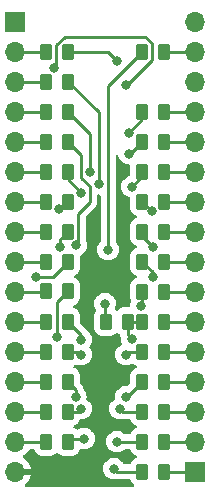
<source format=gbr>
%TF.GenerationSoftware,KiCad,Pcbnew,(6.0.5)*%
%TF.CreationDate,2022-12-17T16:59:51+01:00*%
%TF.ProjectId,DS1245Y_FRAM,44533132-3435-4595-9f46-52414d2e6b69,rev?*%
%TF.SameCoordinates,Original*%
%TF.FileFunction,Copper,L2,Bot*%
%TF.FilePolarity,Positive*%
%FSLAX46Y46*%
G04 Gerber Fmt 4.6, Leading zero omitted, Abs format (unit mm)*
G04 Created by KiCad (PCBNEW (6.0.5)) date 2022-12-17 16:59:51*
%MOMM*%
%LPD*%
G01*
G04 APERTURE LIST*
G04 Aperture macros list*
%AMRoundRect*
0 Rectangle with rounded corners*
0 $1 Rounding radius*
0 $2 $3 $4 $5 $6 $7 $8 $9 X,Y pos of 4 corners*
0 Add a 4 corners polygon primitive as box body*
4,1,4,$2,$3,$4,$5,$6,$7,$8,$9,$2,$3,0*
0 Add four circle primitives for the rounded corners*
1,1,$1+$1,$2,$3*
1,1,$1+$1,$4,$5*
1,1,$1+$1,$6,$7*
1,1,$1+$1,$8,$9*
0 Add four rect primitives between the rounded corners*
20,1,$1+$1,$2,$3,$4,$5,0*
20,1,$1+$1,$4,$5,$6,$7,0*
20,1,$1+$1,$6,$7,$8,$9,0*
20,1,$1+$1,$8,$9,$2,$3,0*%
G04 Aperture macros list end*
%TA.AperFunction,SMDPad,CuDef*%
%ADD10RoundRect,0.250000X-0.262500X-0.450000X0.262500X-0.450000X0.262500X0.450000X-0.262500X0.450000X0*%
%TD*%
%TA.AperFunction,ComponentPad*%
%ADD11R,1.700000X1.700000*%
%TD*%
%TA.AperFunction,ComponentPad*%
%ADD12O,1.700000X1.700000*%
%TD*%
%TA.AperFunction,ViaPad*%
%ADD13C,0.800000*%
%TD*%
%TA.AperFunction,Conductor*%
%ADD14C,0.250000*%
%TD*%
G04 APERTURE END LIST*
D10*
%TO.P,R12,1*%
%TO.N,Net-(J1-Pad13)*%
X53951500Y-81788000D03*
%TO.P,R12,2*%
%TO.N,DQ0*%
X55776500Y-81788000D03*
%TD*%
D11*
%TO.P,J1,1,Pin_1*%
%TO.N,unconnected-(J1-Pad1)*%
X51308000Y-51308000D03*
D12*
%TO.P,J1,2,Pin_2*%
%TO.N,Net-(J1-Pad2)*%
X51308000Y-53848000D03*
%TO.P,J1,3,Pin_3*%
%TO.N,Net-(J1-Pad3)*%
X51308000Y-56388000D03*
%TO.P,J1,4,Pin_4*%
%TO.N,Net-(J1-Pad4)*%
X51308000Y-58928000D03*
%TO.P,J1,5,Pin_5*%
%TO.N,Net-(J1-Pad5)*%
X51308000Y-61468000D03*
%TO.P,J1,6,Pin_6*%
%TO.N,Net-(J1-Pad6)*%
X51308000Y-64008000D03*
%TO.P,J1,7,Pin_7*%
%TO.N,Net-(J1-Pad7)*%
X51308000Y-66548000D03*
%TO.P,J1,8,Pin_8*%
%TO.N,Net-(J1-Pad8)*%
X51308000Y-69088000D03*
%TO.P,J1,9,Pin_9*%
%TO.N,Net-(J1-Pad9)*%
X51308000Y-71628000D03*
%TO.P,J1,10,Pin_10*%
%TO.N,Net-(J1-Pad10)*%
X51308000Y-74168000D03*
%TO.P,J1,11,Pin_11*%
%TO.N,Net-(J1-Pad11)*%
X51308000Y-76708000D03*
%TO.P,J1,12,Pin_12*%
%TO.N,Net-(J1-Pad12)*%
X51308000Y-79248000D03*
%TO.P,J1,13,Pin_13*%
%TO.N,Net-(J1-Pad13)*%
X51308000Y-81788000D03*
%TO.P,J1,14,Pin_14*%
%TO.N,Net-(J1-Pad14)*%
X51308000Y-84328000D03*
%TO.P,J1,15,Pin_15*%
%TO.N,Net-(J1-Pad15)*%
X51308000Y-86868000D03*
%TO.P,J1,16,Pin_16*%
%TO.N,GND*%
X51308000Y-89408000D03*
%TD*%
D10*
%TO.P,R14,1*%
%TO.N,Net-(J1-Pad15)*%
X53951500Y-86868000D03*
%TO.P,R14,2*%
%TO.N,DQ2*%
X55776500Y-86868000D03*
%TD*%
%TO.P,R4,1*%
%TO.N,Net-(J1-Pad5)*%
X53951500Y-61468000D03*
%TO.P,R4,2*%
%TO.N,A7*%
X55776500Y-61468000D03*
%TD*%
%TO.P,R11,1*%
%TO.N,Net-(J1-Pad12)*%
X53951500Y-79248000D03*
%TO.P,R11,2*%
%TO.N,A0*%
X55776500Y-79248000D03*
%TD*%
%TO.P,R18,1*%
%TO.N,A15*%
X62079500Y-53848000D03*
%TO.P,R18,2*%
%TO.N,Net-(J2-Pad15)*%
X63904500Y-53848000D03*
%TD*%
%TO.P,R31,1*%
%TO.N,DQ3*%
X62079500Y-89408000D03*
%TO.P,R31,2*%
%TO.N,Net-(J2-Pad1)*%
X63904500Y-89408000D03*
%TD*%
%TO.P,R28,1*%
%TO.N,DQ6*%
X62079500Y-81788000D03*
%TO.P,R28,2*%
%TO.N,Net-(J2-Pad4)*%
X63904500Y-81788000D03*
%TD*%
%TO.P,R21,1*%
%TO.N,A8*%
X62079500Y-64008000D03*
%TO.P,R21,2*%
%TO.N,Net-(J2-Pad11)*%
X63904500Y-64008000D03*
%TD*%
%TO.P,R27,1*%
%TO.N,DQ7*%
X62079500Y-79248000D03*
%TO.P,R27,2*%
%TO.N,Net-(J2-Pad5)*%
X63904500Y-79248000D03*
%TD*%
%TO.P,R23,1*%
%TO.N,A11*%
X62079500Y-69088000D03*
%TO.P,R23,2*%
%TO.N,Net-(J2-Pad9)*%
X63904500Y-69088000D03*
%TD*%
%TO.P,R17,1*%
%TO.N,VDD*%
X59031500Y-76708000D03*
%TO.P,R17,2*%
%TO.N,~CE*%
X60856500Y-76708000D03*
%TD*%
%TO.P,R19,1*%
%TO.N,~WE*%
X62079500Y-58928000D03*
%TO.P,R19,2*%
%TO.N,Net-(J2-Pad13)*%
X63904500Y-58928000D03*
%TD*%
%TO.P,R26,1*%
%TO.N,~CE*%
X62079500Y-76708000D03*
%TO.P,R26,2*%
%TO.N,Net-(J2-Pad6)*%
X63904500Y-76708000D03*
%TD*%
%TO.P,R29,1*%
%TO.N,DQ5*%
X62079500Y-84328000D03*
%TO.P,R29,2*%
%TO.N,Net-(J2-Pad3)*%
X63904500Y-84328000D03*
%TD*%
%TO.P,R8,1*%
%TO.N,Net-(J1-Pad9)*%
X53951500Y-71628000D03*
%TO.P,R8,2*%
%TO.N,A3*%
X55776500Y-71628000D03*
%TD*%
%TO.P,R25,1*%
%TO.N,A10*%
X62079500Y-74168000D03*
%TO.P,R25,2*%
%TO.N,Net-(J2-Pad7)*%
X63904500Y-74168000D03*
%TD*%
%TO.P,R10,1*%
%TO.N,Net-(J1-Pad11)*%
X53951500Y-76708000D03*
%TO.P,R10,2*%
%TO.N,A1*%
X55776500Y-76708000D03*
%TD*%
%TO.P,R5,1*%
%TO.N,Net-(J1-Pad6)*%
X53951500Y-64008000D03*
%TO.P,R5,2*%
%TO.N,A6*%
X55776500Y-64008000D03*
%TD*%
%TO.P,R1,1*%
%TO.N,Net-(J1-Pad2)*%
X53951500Y-53848000D03*
%TO.P,R1,2*%
%TO.N,A16*%
X55776500Y-53848000D03*
%TD*%
%TO.P,R3,1*%
%TO.N,Net-(J1-Pad4)*%
X53951500Y-58928000D03*
%TO.P,R3,2*%
%TO.N,A12*%
X55776500Y-58928000D03*
%TD*%
%TO.P,R20,1*%
%TO.N,A13*%
X62079500Y-61468000D03*
%TO.P,R20,2*%
%TO.N,Net-(J2-Pad12)*%
X63904500Y-61468000D03*
%TD*%
%TO.P,R13,1*%
%TO.N,Net-(J1-Pad14)*%
X53951500Y-84328000D03*
%TO.P,R13,2*%
%TO.N,DQ1*%
X55776500Y-84328000D03*
%TD*%
%TO.P,R9,1*%
%TO.N,Net-(J1-Pad10)*%
X53951500Y-74138000D03*
%TO.P,R9,2*%
%TO.N,A2*%
X55776500Y-74138000D03*
%TD*%
%TO.P,R2,1*%
%TO.N,Net-(J1-Pad3)*%
X53951500Y-56388000D03*
%TO.P,R2,2*%
%TO.N,A14*%
X55776500Y-56388000D03*
%TD*%
%TO.P,R7,1*%
%TO.N,Net-(J1-Pad8)*%
X53951500Y-69088000D03*
%TO.P,R7,2*%
%TO.N,A4*%
X55776500Y-69088000D03*
%TD*%
D11*
%TO.P,J2,1,Pin_1*%
%TO.N,Net-(J2-Pad1)*%
X66548000Y-89408000D03*
D12*
%TO.P,J2,2,Pin_2*%
%TO.N,Net-(J2-Pad2)*%
X66548000Y-86868000D03*
%TO.P,J2,3,Pin_3*%
%TO.N,Net-(J2-Pad3)*%
X66548000Y-84328000D03*
%TO.P,J2,4,Pin_4*%
%TO.N,Net-(J2-Pad4)*%
X66548000Y-81788000D03*
%TO.P,J2,5,Pin_5*%
%TO.N,Net-(J2-Pad5)*%
X66548000Y-79248000D03*
%TO.P,J2,6,Pin_6*%
%TO.N,Net-(J2-Pad6)*%
X66548000Y-76708000D03*
%TO.P,J2,7,Pin_7*%
%TO.N,Net-(J2-Pad7)*%
X66548000Y-74168000D03*
%TO.P,J2,8,Pin_8*%
%TO.N,Net-(J2-Pad8)*%
X66548000Y-71628000D03*
%TO.P,J2,9,Pin_9*%
%TO.N,Net-(J2-Pad9)*%
X66548000Y-69088000D03*
%TO.P,J2,10,Pin_10*%
%TO.N,Net-(J2-Pad10)*%
X66548000Y-66548000D03*
%TO.P,J2,11,Pin_11*%
%TO.N,Net-(J2-Pad11)*%
X66548000Y-64008000D03*
%TO.P,J2,12,Pin_12*%
%TO.N,Net-(J2-Pad12)*%
X66548000Y-61468000D03*
%TO.P,J2,13,Pin_13*%
%TO.N,Net-(J2-Pad13)*%
X66548000Y-58928000D03*
%TO.P,J2,14,Pin_14*%
%TO.N,unconnected-(J2-Pad14)*%
X66548000Y-56388000D03*
%TO.P,J2,15,Pin_15*%
%TO.N,Net-(J2-Pad15)*%
X66548000Y-53848000D03*
%TO.P,J2,16,Pin_16*%
%TO.N,+5V*%
X66548000Y-51308000D03*
%TD*%
D10*
%TO.P,R24,1*%
%TO.N,~OE*%
X62079500Y-71628000D03*
%TO.P,R24,2*%
%TO.N,Net-(J2-Pad8)*%
X63904500Y-71628000D03*
%TD*%
%TO.P,R30,1*%
%TO.N,DQ4*%
X62079500Y-86868000D03*
%TO.P,R30,2*%
%TO.N,Net-(J2-Pad2)*%
X63904500Y-86868000D03*
%TD*%
%TO.P,R6,1*%
%TO.N,Net-(J1-Pad7)*%
X53951500Y-66548000D03*
%TO.P,R6,2*%
%TO.N,A5*%
X55776500Y-66548000D03*
%TD*%
%TO.P,R22,1*%
%TO.N,A9*%
X62079500Y-66548000D03*
%TO.P,R22,2*%
%TO.N,Net-(J2-Pad10)*%
X63904500Y-66548000D03*
%TD*%
D13*
%TO.N,VDD*%
X60706000Y-56642000D03*
X58928000Y-75184000D03*
X54637110Y-55201366D03*
%TO.N,A16*%
X59944000Y-54610000D03*
%TO.N,A14*%
X58382500Y-65024000D03*
%TO.N,A12*%
X57658000Y-64008000D03*
%TO.N,A7*%
X56484863Y-70261089D03*
%TO.N,A6*%
X56896000Y-65786000D03*
%TO.N,A5*%
X55043741Y-67180157D03*
%TO.N,A4*%
X55118000Y-70358000D03*
%TO.N,A3*%
X53086000Y-72898000D03*
%TO.N,A2*%
X54864000Y-77978000D03*
%TO.N,A1*%
X56896000Y-78232000D03*
%TO.N,A0*%
X56896000Y-79502000D03*
%TO.N,DQ0*%
X56445500Y-83058000D03*
%TO.N,DQ1*%
X56896000Y-84074000D03*
%TO.N,DQ2*%
X57150000Y-86614000D03*
%TO.N,~CE*%
X61197610Y-78216616D03*
%TO.N,A15*%
X59182000Y-70612000D03*
%TO.N,~WE*%
X60960000Y-60706000D03*
%TO.N,A13*%
X60960000Y-62484000D03*
%TO.N,A8*%
X61214000Y-65278000D03*
%TO.N,A9*%
X62876156Y-67365605D03*
%TO.N,A11*%
X62992000Y-70358000D03*
%TO.N,~OE*%
X62992000Y-72898000D03*
%TO.N,A10*%
X61976000Y-75408500D03*
%TO.N,DQ7*%
X60706000Y-79502000D03*
%TO.N,DQ6*%
X60706000Y-83058000D03*
%TO.N,DQ5*%
X60198000Y-84074000D03*
%TO.N,DQ4*%
X59944000Y-86868000D03*
%TO.N,DQ3*%
X59690000Y-89154000D03*
%TD*%
D14*
%TO.N,VDD*%
X54788520Y-55049956D02*
X54637110Y-55201366D01*
X58928000Y-75184000D02*
X58928000Y-76604500D01*
X62916520Y-53160027D02*
X62334493Y-52578000D01*
X58928000Y-76604500D02*
X59031500Y-76708000D01*
X55521507Y-52578000D02*
X54788520Y-53310987D01*
X60810493Y-56642000D02*
X62916520Y-54535973D01*
X60706000Y-56642000D02*
X60810493Y-56642000D01*
X62334493Y-52578000D02*
X55521507Y-52578000D01*
X62916520Y-54535973D02*
X62916520Y-53160027D01*
X54788520Y-53310987D02*
X54788520Y-55049956D01*
%TO.N,Net-(J1-Pad2)*%
X51308000Y-53848000D02*
X53951500Y-53848000D01*
%TO.N,Net-(J1-Pad3)*%
X51308000Y-56388000D02*
X53951500Y-56388000D01*
%TO.N,Net-(J1-Pad4)*%
X51308000Y-58928000D02*
X53951500Y-58928000D01*
%TO.N,Net-(J1-Pad5)*%
X51308000Y-61468000D02*
X53951500Y-61468000D01*
%TO.N,Net-(J1-Pad6)*%
X51308000Y-64008000D02*
X53951500Y-64008000D01*
%TO.N,Net-(J1-Pad7)*%
X51308000Y-66548000D02*
X53951500Y-66548000D01*
%TO.N,Net-(J1-Pad8)*%
X51308000Y-69088000D02*
X53951500Y-69088000D01*
%TO.N,Net-(J1-Pad9)*%
X51308000Y-71628000D02*
X53951500Y-71628000D01*
%TO.N,Net-(J1-Pad10)*%
X53921500Y-74168000D02*
X53951500Y-74138000D01*
X51308000Y-74168000D02*
X53921500Y-74168000D01*
%TO.N,Net-(J1-Pad11)*%
X51308000Y-76708000D02*
X53951500Y-76708000D01*
%TO.N,Net-(J1-Pad12)*%
X51308000Y-79248000D02*
X53951500Y-79248000D01*
%TO.N,Net-(J1-Pad13)*%
X51308000Y-81788000D02*
X53951500Y-81788000D01*
%TO.N,Net-(J1-Pad14)*%
X51308000Y-84328000D02*
X53951500Y-84328000D01*
%TO.N,Net-(J1-Pad15)*%
X51308000Y-86868000D02*
X53951500Y-86868000D01*
%TO.N,Net-(J2-Pad1)*%
X63904500Y-89408000D02*
X66548000Y-89408000D01*
%TO.N,Net-(J2-Pad2)*%
X66548000Y-86868000D02*
X63904500Y-86868000D01*
%TO.N,Net-(J2-Pad3)*%
X63904500Y-84328000D02*
X66548000Y-84328000D01*
%TO.N,Net-(J2-Pad4)*%
X66548000Y-81788000D02*
X63904500Y-81788000D01*
%TO.N,Net-(J2-Pad5)*%
X63904500Y-79248000D02*
X66548000Y-79248000D01*
%TO.N,Net-(J2-Pad6)*%
X66548000Y-76708000D02*
X63904500Y-76708000D01*
%TO.N,Net-(J2-Pad7)*%
X66548000Y-74168000D02*
X63904500Y-74168000D01*
%TO.N,Net-(J2-Pad8)*%
X66548000Y-71628000D02*
X63904500Y-71628000D01*
%TO.N,Net-(J2-Pad9)*%
X66548000Y-69088000D02*
X63904500Y-69088000D01*
%TO.N,Net-(J2-Pad10)*%
X66548000Y-66548000D02*
X63904500Y-66548000D01*
%TO.N,Net-(J2-Pad11)*%
X66548000Y-64008000D02*
X63904500Y-64008000D01*
%TO.N,Net-(J2-Pad12)*%
X66548000Y-61468000D02*
X63904500Y-61468000D01*
%TO.N,Net-(J2-Pad13)*%
X63904500Y-58928000D02*
X66548000Y-58928000D01*
%TO.N,Net-(J2-Pad15)*%
X63904500Y-53848000D02*
X66548000Y-53848000D01*
%TO.N,A16*%
X59182000Y-53848000D02*
X55776500Y-53848000D01*
X59944000Y-54610000D02*
X59182000Y-53848000D01*
%TO.N,A14*%
X58382500Y-58994000D02*
X55776500Y-56388000D01*
X58382500Y-65024000D02*
X58382500Y-58994000D01*
%TO.N,A12*%
X57658000Y-60809500D02*
X55776500Y-58928000D01*
X57658000Y-64008000D02*
X57658000Y-60809500D01*
%TO.N,A7*%
X56896000Y-64516000D02*
X56896000Y-62587500D01*
X56896000Y-62587500D02*
X55776500Y-61468000D01*
X56642000Y-67564000D02*
X57620511Y-66585489D01*
X57620511Y-66585489D02*
X57620511Y-65240511D01*
X57620511Y-65240511D02*
X56896000Y-64516000D01*
X56484863Y-70261089D02*
X56642000Y-70103952D01*
X56642000Y-70103952D02*
X56642000Y-67564000D01*
%TO.N,A6*%
X55776500Y-64666500D02*
X56896000Y-65786000D01*
X55776500Y-64008000D02*
X55776500Y-64666500D01*
%TO.N,A5*%
X55043741Y-67180157D02*
X55144343Y-67180157D01*
X55144343Y-67180157D02*
X55776500Y-66548000D01*
%TO.N,A4*%
X55118000Y-69746500D02*
X55776500Y-69088000D01*
X55118000Y-70358000D02*
X55118000Y-69746500D01*
%TO.N,A3*%
X53086000Y-72898000D02*
X54506500Y-72898000D01*
X54506500Y-72898000D02*
X55776500Y-71628000D01*
%TO.N,A2*%
X54864000Y-75050500D02*
X54864000Y-77978000D01*
X55776500Y-74138000D02*
X54864000Y-75050500D01*
%TO.N,A1*%
X56896000Y-78232000D02*
X56896000Y-77827500D01*
X56896000Y-77827500D02*
X55776500Y-76708000D01*
%TO.N,A0*%
X55776500Y-79248000D02*
X56642000Y-79248000D01*
X56642000Y-79248000D02*
X56896000Y-79502000D01*
%TO.N,DQ0*%
X56445500Y-82457000D02*
X55776500Y-81788000D01*
X56445500Y-83058000D02*
X56445500Y-82457000D01*
%TO.N,DQ1*%
X55776500Y-84328000D02*
X56642000Y-84328000D01*
X56642000Y-84328000D02*
X56896000Y-84074000D01*
%TO.N,DQ2*%
X56030500Y-86614000D02*
X55776500Y-86868000D01*
X57150000Y-86614000D02*
X56030500Y-86614000D01*
%TO.N,~CE*%
X62079500Y-76708000D02*
X60856500Y-76708000D01*
X60856500Y-77875506D02*
X61197610Y-78216616D01*
X60856500Y-76708000D02*
X60856500Y-77875506D01*
%TO.N,A15*%
X62079500Y-53848000D02*
X59182000Y-56745500D01*
X59182000Y-56745500D02*
X59182000Y-70612000D01*
%TO.N,~WE*%
X62079500Y-58928000D02*
X62079500Y-59586500D01*
X62079500Y-59586500D02*
X60960000Y-60706000D01*
%TO.N,A13*%
X61063500Y-62484000D02*
X62079500Y-61468000D01*
X60960000Y-62484000D02*
X61063500Y-62484000D01*
%TO.N,A8*%
X62079500Y-64412500D02*
X61214000Y-65278000D01*
X62079500Y-64008000D02*
X62079500Y-64412500D01*
%TO.N,A9*%
X62876156Y-67344656D02*
X62079500Y-66548000D01*
X62876156Y-67365605D02*
X62876156Y-67344656D01*
%TO.N,A11*%
X62079500Y-69088000D02*
X62079500Y-69445500D01*
X62079500Y-69445500D02*
X62992000Y-70358000D01*
%TO.N,~OE*%
X62992000Y-72540500D02*
X62079500Y-71628000D01*
X62992000Y-72898000D02*
X62992000Y-72540500D01*
%TO.N,A10*%
X62079500Y-74168000D02*
X62079500Y-75305000D01*
X62079500Y-75305000D02*
X61976000Y-75408500D01*
%TO.N,DQ7*%
X60960000Y-79248000D02*
X60706000Y-79502000D01*
X62079500Y-79248000D02*
X60960000Y-79248000D01*
%TO.N,DQ6*%
X60809500Y-83058000D02*
X62079500Y-81788000D01*
X60706000Y-83058000D02*
X60809500Y-83058000D01*
%TO.N,DQ5*%
X62079500Y-84328000D02*
X60452000Y-84328000D01*
X60452000Y-84328000D02*
X60198000Y-84074000D01*
%TO.N,DQ4*%
X59944000Y-86868000D02*
X62079500Y-86868000D01*
%TO.N,DQ3*%
X59944000Y-89408000D02*
X59690000Y-89154000D01*
X62079500Y-89408000D02*
X59944000Y-89408000D01*
%TD*%
%TA.AperFunction,Conductor*%
%TO.N,GND*%
G36*
X60024012Y-62593530D02*
G01*
X60062396Y-62653256D01*
X60064746Y-62662556D01*
X60065768Y-62667364D01*
X60066458Y-62673928D01*
X60125473Y-62855556D01*
X60128776Y-62861278D01*
X60128777Y-62861279D01*
X60131436Y-62865885D01*
X60220960Y-63020944D01*
X60225378Y-63025851D01*
X60225379Y-63025852D01*
X60331425Y-63143628D01*
X60348747Y-63162866D01*
X60503248Y-63275118D01*
X60509276Y-63277802D01*
X60509278Y-63277803D01*
X60533028Y-63288377D01*
X60677712Y-63352794D01*
X60771112Y-63372647D01*
X60858056Y-63391128D01*
X60858061Y-63391128D01*
X60864513Y-63392500D01*
X60932500Y-63392500D01*
X61000621Y-63412502D01*
X61047114Y-63466158D01*
X61058500Y-63518500D01*
X61058500Y-64280223D01*
X61038498Y-64348344D01*
X60984842Y-64394837D01*
X60958698Y-64403469D01*
X60938176Y-64407831D01*
X60938167Y-64407834D01*
X60931712Y-64409206D01*
X60925682Y-64411891D01*
X60925681Y-64411891D01*
X60763278Y-64484197D01*
X60763276Y-64484198D01*
X60757248Y-64486882D01*
X60602747Y-64599134D01*
X60598326Y-64604044D01*
X60598325Y-64604045D01*
X60498279Y-64715158D01*
X60474960Y-64741056D01*
X60471659Y-64746774D01*
X60390580Y-64887207D01*
X60379473Y-64906444D01*
X60320458Y-65088072D01*
X60319768Y-65094633D01*
X60319768Y-65094635D01*
X60313695Y-65152420D01*
X60300496Y-65278000D01*
X60301186Y-65284565D01*
X60314381Y-65410104D01*
X60320458Y-65467928D01*
X60379473Y-65649556D01*
X60382776Y-65655278D01*
X60382777Y-65655279D01*
X60402903Y-65690138D01*
X60474960Y-65814944D01*
X60479378Y-65819851D01*
X60479379Y-65819852D01*
X60574491Y-65925485D01*
X60602747Y-65956866D01*
X60701843Y-66028864D01*
X60742634Y-66058500D01*
X60757248Y-66069118D01*
X60763276Y-66071802D01*
X60763278Y-66071803D01*
X60925681Y-66144109D01*
X60931712Y-66146794D01*
X60938167Y-66148166D01*
X60938176Y-66148169D01*
X60958698Y-66152531D01*
X61021171Y-66186259D01*
X61055492Y-66248409D01*
X61058500Y-66275777D01*
X61058500Y-67048400D01*
X61058837Y-67051646D01*
X61058837Y-67051650D01*
X61062728Y-67089146D01*
X61069474Y-67154166D01*
X61071655Y-67160702D01*
X61071655Y-67160704D01*
X61102874Y-67254277D01*
X61125450Y-67321946D01*
X61218522Y-67472348D01*
X61223704Y-67477521D01*
X61264285Y-67518031D01*
X61343697Y-67597305D01*
X61349927Y-67601145D01*
X61349928Y-67601146D01*
X61487090Y-67685694D01*
X61494262Y-67690115D01*
X61510431Y-67695478D01*
X61519430Y-67698463D01*
X61577791Y-67738893D01*
X61605028Y-67804457D01*
X61592495Y-67874339D01*
X61544171Y-67926351D01*
X61519641Y-67937579D01*
X61500007Y-67944129D01*
X61499997Y-67944133D01*
X61493054Y-67946450D01*
X61342652Y-68039522D01*
X61217695Y-68164697D01*
X61213855Y-68170927D01*
X61213854Y-68170928D01*
X61162992Y-68253442D01*
X61124885Y-68315262D01*
X61122581Y-68322209D01*
X61082017Y-68444507D01*
X61069203Y-68483139D01*
X61058500Y-68587600D01*
X61058500Y-69588400D01*
X61069474Y-69694166D01*
X61071655Y-69700702D01*
X61071655Y-69700704D01*
X61102874Y-69794277D01*
X61125450Y-69861946D01*
X61218522Y-70012348D01*
X61223704Y-70017521D01*
X61264285Y-70058031D01*
X61343697Y-70137305D01*
X61349927Y-70141145D01*
X61349928Y-70141146D01*
X61487090Y-70225694D01*
X61494262Y-70230115D01*
X61508149Y-70234721D01*
X61519430Y-70238463D01*
X61577791Y-70278893D01*
X61605028Y-70344457D01*
X61592495Y-70414339D01*
X61544171Y-70466351D01*
X61519641Y-70477579D01*
X61500007Y-70484129D01*
X61499997Y-70484133D01*
X61493054Y-70486450D01*
X61342652Y-70579522D01*
X61217695Y-70704697D01*
X61213855Y-70710927D01*
X61213854Y-70710928D01*
X61157761Y-70801928D01*
X61124885Y-70855262D01*
X61122581Y-70862209D01*
X61082017Y-70984507D01*
X61069203Y-71023139D01*
X61068503Y-71029975D01*
X61068502Y-71029978D01*
X61064091Y-71073031D01*
X61058500Y-71127600D01*
X61058500Y-72128400D01*
X61069474Y-72234166D01*
X61071655Y-72240702D01*
X61071655Y-72240704D01*
X61107396Y-72347832D01*
X61125450Y-72401946D01*
X61218522Y-72552348D01*
X61223704Y-72557521D01*
X61264285Y-72598031D01*
X61343697Y-72677305D01*
X61349927Y-72681145D01*
X61349928Y-72681146D01*
X61487095Y-72765697D01*
X61494262Y-72770115D01*
X61510431Y-72775478D01*
X61519430Y-72778463D01*
X61577791Y-72818893D01*
X61605028Y-72884457D01*
X61592495Y-72954339D01*
X61544171Y-73006351D01*
X61519641Y-73017579D01*
X61500007Y-73024129D01*
X61499997Y-73024133D01*
X61493054Y-73026450D01*
X61342652Y-73119522D01*
X61217695Y-73244697D01*
X61213855Y-73250927D01*
X61213854Y-73250928D01*
X61162992Y-73333442D01*
X61124885Y-73395262D01*
X61122581Y-73402209D01*
X61077312Y-73538692D01*
X61069203Y-73563139D01*
X61058500Y-73667600D01*
X61058500Y-74668400D01*
X61069474Y-74774166D01*
X61071655Y-74780702D01*
X61071655Y-74780704D01*
X61087926Y-74829473D01*
X61125450Y-74941946D01*
X61129300Y-74948168D01*
X61132407Y-74954800D01*
X61130118Y-74955872D01*
X61144139Y-75014813D01*
X61138144Y-75047191D01*
X61082458Y-75218572D01*
X61081768Y-75225133D01*
X61081768Y-75225135D01*
X61064790Y-75386671D01*
X61037777Y-75452327D01*
X60979555Y-75492957D01*
X60939480Y-75499500D01*
X60543600Y-75499500D01*
X60540354Y-75499837D01*
X60540350Y-75499837D01*
X60444692Y-75509762D01*
X60444688Y-75509763D01*
X60437834Y-75510474D01*
X60431298Y-75512655D01*
X60431296Y-75512655D01*
X60319969Y-75549797D01*
X60270054Y-75566450D01*
X60119652Y-75659522D01*
X60064395Y-75714876D01*
X60033216Y-75746109D01*
X59970934Y-75780188D01*
X59900114Y-75775185D01*
X59855026Y-75746265D01*
X59841417Y-75732680D01*
X59793026Y-75684373D01*
X59758947Y-75622093D01*
X59763622Y-75555912D01*
X59762527Y-75555556D01*
X59810309Y-75408500D01*
X59821542Y-75373928D01*
X59822637Y-75363516D01*
X59840814Y-75190565D01*
X59841504Y-75184000D01*
X59828608Y-75061303D01*
X59822232Y-75000635D01*
X59822232Y-75000633D01*
X59821542Y-74994072D01*
X59762527Y-74812444D01*
X59756634Y-74802236D01*
X59681239Y-74671650D01*
X59667040Y-74647056D01*
X59539253Y-74505134D01*
X59384752Y-74392882D01*
X59378724Y-74390198D01*
X59378722Y-74390197D01*
X59216319Y-74317891D01*
X59216318Y-74317891D01*
X59210288Y-74315206D01*
X59116887Y-74295353D01*
X59029944Y-74276872D01*
X59029939Y-74276872D01*
X59023487Y-74275500D01*
X58832513Y-74275500D01*
X58826061Y-74276872D01*
X58826056Y-74276872D01*
X58739113Y-74295353D01*
X58645712Y-74315206D01*
X58639682Y-74317891D01*
X58639681Y-74317891D01*
X58477278Y-74390197D01*
X58477276Y-74390198D01*
X58471248Y-74392882D01*
X58316747Y-74505134D01*
X58188960Y-74647056D01*
X58174761Y-74671650D01*
X58099367Y-74802236D01*
X58093473Y-74812444D01*
X58034458Y-74994072D01*
X58033768Y-75000633D01*
X58033768Y-75000635D01*
X58027392Y-75061303D01*
X58014496Y-75184000D01*
X58015186Y-75190565D01*
X58033364Y-75363516D01*
X58034458Y-75373928D01*
X58093473Y-75555556D01*
X58096776Y-75561278D01*
X58096777Y-75561279D01*
X58098423Y-75564130D01*
X58161056Y-75672614D01*
X58177794Y-75741607D01*
X58159197Y-75801728D01*
X58114992Y-75873442D01*
X58076885Y-75935262D01*
X58074581Y-75942209D01*
X58034017Y-76064507D01*
X58021203Y-76103139D01*
X58010500Y-76207600D01*
X58010500Y-77208400D01*
X58021474Y-77314166D01*
X58023655Y-77320702D01*
X58023655Y-77320704D01*
X58054874Y-77414277D01*
X58077450Y-77481946D01*
X58170522Y-77632348D01*
X58175704Y-77637521D01*
X58207975Y-77669736D01*
X58295697Y-77757305D01*
X58301927Y-77761145D01*
X58301928Y-77761146D01*
X58439090Y-77845694D01*
X58446262Y-77850115D01*
X58496352Y-77866729D01*
X58607611Y-77903632D01*
X58607613Y-77903632D01*
X58614139Y-77905797D01*
X58620975Y-77906497D01*
X58620978Y-77906498D01*
X58664031Y-77910909D01*
X58718600Y-77916500D01*
X59344400Y-77916500D01*
X59347646Y-77916163D01*
X59347650Y-77916163D01*
X59443308Y-77906238D01*
X59443312Y-77906237D01*
X59450166Y-77905526D01*
X59456702Y-77903345D01*
X59456704Y-77903345D01*
X59602447Y-77854721D01*
X59617946Y-77849550D01*
X59768348Y-77756478D01*
X59854784Y-77669891D01*
X59917066Y-77635812D01*
X59987886Y-77640815D01*
X60032975Y-77669736D01*
X60048506Y-77685240D01*
X60120697Y-77757305D01*
X60126928Y-77761146D01*
X60126931Y-77761148D01*
X60163115Y-77783452D01*
X60210609Y-77836223D01*
X60223000Y-77890712D01*
X60223000Y-77915362D01*
X60223497Y-77919296D01*
X60223497Y-77919297D01*
X60223505Y-77919362D01*
X60224438Y-77931199D01*
X60225827Y-77975395D01*
X60231478Y-77994845D01*
X60235487Y-78014206D01*
X60238026Y-78034303D01*
X60240945Y-78041674D01*
X60240945Y-78041676D01*
X60254304Y-78075418D01*
X60258149Y-78086648D01*
X60270482Y-78129099D01*
X60274519Y-78135925D01*
X60275928Y-78139181D01*
X60285601Y-78202393D01*
X60284106Y-78216616D01*
X60284796Y-78223181D01*
X60302344Y-78390138D01*
X60304068Y-78406544D01*
X60320524Y-78457188D01*
X60348470Y-78543199D01*
X60350498Y-78614166D01*
X60313835Y-78674964D01*
X60279883Y-78697242D01*
X60249248Y-78710882D01*
X60094747Y-78823134D01*
X59966960Y-78965056D01*
X59871473Y-79130444D01*
X59812458Y-79312072D01*
X59792496Y-79502000D01*
X59812458Y-79691928D01*
X59871473Y-79873556D01*
X59966960Y-80038944D01*
X59971378Y-80043851D01*
X59971379Y-80043852D01*
X60030855Y-80109907D01*
X60094747Y-80180866D01*
X60193843Y-80252864D01*
X60241648Y-80287596D01*
X60249248Y-80293118D01*
X60255276Y-80295802D01*
X60255278Y-80295803D01*
X60415734Y-80367242D01*
X60423712Y-80370794D01*
X60511952Y-80389550D01*
X60604056Y-80409128D01*
X60604061Y-80409128D01*
X60610513Y-80410500D01*
X60801487Y-80410500D01*
X60807939Y-80409128D01*
X60807944Y-80409128D01*
X60900048Y-80389550D01*
X60988288Y-80370794D01*
X60996266Y-80367242D01*
X61156724Y-80295802D01*
X61156725Y-80295801D01*
X61162752Y-80293118D01*
X61178064Y-80281993D01*
X61244932Y-80258135D01*
X61314084Y-80274215D01*
X61332373Y-80288100D01*
X61332771Y-80287596D01*
X61338517Y-80292134D01*
X61343697Y-80297305D01*
X61349927Y-80301145D01*
X61349928Y-80301146D01*
X61487095Y-80385697D01*
X61494262Y-80390115D01*
X61510431Y-80395478D01*
X61519430Y-80398463D01*
X61577791Y-80438893D01*
X61605028Y-80504457D01*
X61592495Y-80574339D01*
X61544171Y-80626351D01*
X61519641Y-80637579D01*
X61500007Y-80644129D01*
X61499997Y-80644133D01*
X61493054Y-80646450D01*
X61342652Y-80739522D01*
X61217695Y-80864697D01*
X61213855Y-80870927D01*
X61213854Y-80870928D01*
X61162992Y-80953442D01*
X61124885Y-81015262D01*
X61122581Y-81022209D01*
X61082017Y-81144507D01*
X61069203Y-81183139D01*
X61058500Y-81287600D01*
X61058500Y-81860905D01*
X61038498Y-81929026D01*
X61021595Y-81950000D01*
X60859000Y-82112595D01*
X60796688Y-82146621D01*
X60769905Y-82149500D01*
X60610513Y-82149500D01*
X60604061Y-82150872D01*
X60604056Y-82150872D01*
X60522476Y-82168213D01*
X60423712Y-82189206D01*
X60417682Y-82191891D01*
X60417681Y-82191891D01*
X60255278Y-82264197D01*
X60255276Y-82264198D01*
X60249248Y-82266882D01*
X60243907Y-82270762D01*
X60243906Y-82270763D01*
X60195319Y-82306064D01*
X60094747Y-82379134D01*
X60090326Y-82384044D01*
X60090325Y-82384045D01*
X59990279Y-82495158D01*
X59966960Y-82521056D01*
X59963659Y-82526774D01*
X59882580Y-82667207D01*
X59871473Y-82686444D01*
X59812458Y-82868072D01*
X59811768Y-82874633D01*
X59811768Y-82874635D01*
X59805695Y-82932420D01*
X59792496Y-83058000D01*
X59800811Y-83137107D01*
X59803374Y-83161495D01*
X59790602Y-83231334D01*
X59742404Y-83282367D01*
X59741248Y-83282882D01*
X59735906Y-83286764D01*
X59735903Y-83286765D01*
X59705802Y-83308635D01*
X59586747Y-83395134D01*
X59582326Y-83400044D01*
X59582325Y-83400045D01*
X59489133Y-83503546D01*
X59458960Y-83537056D01*
X59363473Y-83702444D01*
X59304458Y-83884072D01*
X59284496Y-84074000D01*
X59304458Y-84263928D01*
X59363473Y-84445556D01*
X59458960Y-84610944D01*
X59586747Y-84752866D01*
X59741248Y-84865118D01*
X59747276Y-84867802D01*
X59747278Y-84867803D01*
X59909681Y-84940109D01*
X59915712Y-84942794D01*
X60003716Y-84961500D01*
X60096056Y-84981128D01*
X60096061Y-84981128D01*
X60102513Y-84982500D01*
X60293487Y-84982500D01*
X60321682Y-84976507D01*
X60373652Y-84965461D01*
X60419554Y-84964259D01*
X60424106Y-84964980D01*
X60424116Y-84964980D01*
X60431943Y-84966220D01*
X60439835Y-84965474D01*
X60475961Y-84962059D01*
X60487819Y-84961500D01*
X60987803Y-84961500D01*
X61055924Y-84981502D01*
X61102417Y-85035158D01*
X61107326Y-85047623D01*
X61125450Y-85101946D01*
X61129301Y-85108170D01*
X61129302Y-85108171D01*
X61144721Y-85133088D01*
X61218522Y-85252348D01*
X61223704Y-85257521D01*
X61255975Y-85289736D01*
X61343697Y-85377305D01*
X61349927Y-85381145D01*
X61349928Y-85381146D01*
X61487090Y-85465694D01*
X61494262Y-85470115D01*
X61510431Y-85475478D01*
X61519430Y-85478463D01*
X61577791Y-85518893D01*
X61605028Y-85584457D01*
X61592495Y-85654339D01*
X61544171Y-85706351D01*
X61519641Y-85717579D01*
X61500007Y-85724129D01*
X61499997Y-85724133D01*
X61493054Y-85726450D01*
X61342652Y-85819522D01*
X61217695Y-85944697D01*
X61213855Y-85950927D01*
X61213854Y-85950928D01*
X61136215Y-86076882D01*
X61124885Y-86095262D01*
X61107337Y-86148168D01*
X61066906Y-86206527D01*
X61001342Y-86233764D01*
X60987744Y-86234500D01*
X60652200Y-86234500D01*
X60584079Y-86214498D01*
X60564853Y-86198157D01*
X60564580Y-86198460D01*
X60559668Y-86194037D01*
X60555253Y-86189134D01*
X60400752Y-86076882D01*
X60394724Y-86074198D01*
X60394722Y-86074197D01*
X60232319Y-86001891D01*
X60232318Y-86001891D01*
X60226288Y-85999206D01*
X60132888Y-85979353D01*
X60045944Y-85960872D01*
X60045939Y-85960872D01*
X60039487Y-85959500D01*
X59848513Y-85959500D01*
X59842061Y-85960872D01*
X59842056Y-85960872D01*
X59755112Y-85979353D01*
X59661712Y-85999206D01*
X59655682Y-86001891D01*
X59655681Y-86001891D01*
X59493278Y-86074197D01*
X59493276Y-86074198D01*
X59487248Y-86076882D01*
X59332747Y-86189134D01*
X59328326Y-86194044D01*
X59328325Y-86194045D01*
X59284747Y-86242444D01*
X59204960Y-86331056D01*
X59109473Y-86496444D01*
X59050458Y-86678072D01*
X59030496Y-86868000D01*
X59050458Y-87057928D01*
X59109473Y-87239556D01*
X59204960Y-87404944D01*
X59332747Y-87546866D01*
X59487248Y-87659118D01*
X59493276Y-87661802D01*
X59493278Y-87661803D01*
X59655681Y-87734109D01*
X59661712Y-87736794D01*
X59748009Y-87755137D01*
X59842056Y-87775128D01*
X59842061Y-87775128D01*
X59848513Y-87776500D01*
X60039487Y-87776500D01*
X60045939Y-87775128D01*
X60045944Y-87775128D01*
X60139991Y-87755137D01*
X60226288Y-87736794D01*
X60232319Y-87734109D01*
X60394722Y-87661803D01*
X60394724Y-87661802D01*
X60400752Y-87659118D01*
X60555253Y-87546866D01*
X60559668Y-87541963D01*
X60564580Y-87537540D01*
X60565705Y-87538789D01*
X60619014Y-87505949D01*
X60652200Y-87501500D01*
X60987803Y-87501500D01*
X61055924Y-87521502D01*
X61102417Y-87575158D01*
X61107326Y-87587623D01*
X61125450Y-87641946D01*
X61129301Y-87648170D01*
X61129302Y-87648171D01*
X61144721Y-87673088D01*
X61218522Y-87792348D01*
X61223704Y-87797521D01*
X61255975Y-87829736D01*
X61343697Y-87917305D01*
X61349927Y-87921145D01*
X61349928Y-87921146D01*
X61487090Y-88005694D01*
X61494262Y-88010115D01*
X61510431Y-88015478D01*
X61519430Y-88018463D01*
X61577791Y-88058893D01*
X61605028Y-88124457D01*
X61592495Y-88194339D01*
X61544171Y-88246351D01*
X61519641Y-88257579D01*
X61500007Y-88264129D01*
X61499997Y-88264133D01*
X61493054Y-88266450D01*
X61342652Y-88359522D01*
X61217695Y-88484697D01*
X61213855Y-88490927D01*
X61213854Y-88490928D01*
X61132585Y-88622771D01*
X61124885Y-88635262D01*
X61107337Y-88688168D01*
X61066906Y-88746527D01*
X61001342Y-88773764D01*
X60987744Y-88774500D01*
X60592687Y-88774500D01*
X60524566Y-88754498D01*
X60483568Y-88711501D01*
X60470217Y-88688377D01*
X60429040Y-88617056D01*
X60396509Y-88580926D01*
X60305675Y-88480045D01*
X60305674Y-88480044D01*
X60301253Y-88475134D01*
X60146752Y-88362882D01*
X60140724Y-88360198D01*
X60140722Y-88360197D01*
X59978319Y-88287891D01*
X59978318Y-88287891D01*
X59972288Y-88285206D01*
X59870546Y-88263580D01*
X59791944Y-88246872D01*
X59791939Y-88246872D01*
X59785487Y-88245500D01*
X59594513Y-88245500D01*
X59588061Y-88246872D01*
X59588056Y-88246872D01*
X59509454Y-88263580D01*
X59407712Y-88285206D01*
X59401682Y-88287891D01*
X59401681Y-88287891D01*
X59239278Y-88360197D01*
X59239276Y-88360198D01*
X59233248Y-88362882D01*
X59078747Y-88475134D01*
X59074326Y-88480044D01*
X59074325Y-88480045D01*
X58983492Y-88580926D01*
X58950960Y-88617056D01*
X58855473Y-88782444D01*
X58796458Y-88964072D01*
X58795768Y-88970633D01*
X58795768Y-88970635D01*
X58777868Y-89140947D01*
X58776496Y-89154000D01*
X58796458Y-89343928D01*
X58855473Y-89525556D01*
X58950960Y-89690944D01*
X59078747Y-89832866D01*
X59233248Y-89945118D01*
X59239276Y-89947802D01*
X59239278Y-89947803D01*
X59401681Y-90020109D01*
X59407712Y-90022794D01*
X59495716Y-90041500D01*
X59588056Y-90061128D01*
X59588061Y-90061128D01*
X59594513Y-90062500D01*
X59785487Y-90062500D01*
X59801421Y-90059113D01*
X59865652Y-90045461D01*
X59911554Y-90044259D01*
X59916106Y-90044980D01*
X59916116Y-90044980D01*
X59923943Y-90046220D01*
X59931835Y-90045474D01*
X59967961Y-90042059D01*
X59979819Y-90041500D01*
X60987803Y-90041500D01*
X61055924Y-90061502D01*
X61102417Y-90115158D01*
X61107326Y-90127623D01*
X61125450Y-90181946D01*
X61218522Y-90332348D01*
X61339439Y-90453054D01*
X61339440Y-90453056D01*
X61343697Y-90457305D01*
X61342970Y-90458034D01*
X61380193Y-90510535D01*
X61383425Y-90581458D01*
X61347800Y-90642869D01*
X61284629Y-90675272D01*
X61261038Y-90677500D01*
X52260520Y-90677500D01*
X52192399Y-90657498D01*
X52145906Y-90603842D01*
X52135802Y-90533568D01*
X52165296Y-90468988D01*
X52179880Y-90455731D01*
X52179374Y-90455133D01*
X52191200Y-90445139D01*
X52342052Y-90294812D01*
X52348730Y-90286965D01*
X52473003Y-90114020D01*
X52478313Y-90105183D01*
X52572670Y-89914267D01*
X52576469Y-89904672D01*
X52638377Y-89700910D01*
X52640555Y-89690837D01*
X52641986Y-89679962D01*
X52639775Y-89665778D01*
X52626617Y-89662000D01*
X51180000Y-89662000D01*
X51111879Y-89641998D01*
X51065386Y-89588342D01*
X51054000Y-89536000D01*
X51054000Y-89280000D01*
X51074002Y-89211879D01*
X51127658Y-89165386D01*
X51180000Y-89154000D01*
X52626344Y-89154000D01*
X52639875Y-89150027D01*
X52641180Y-89140947D01*
X52599214Y-88973875D01*
X52595894Y-88964124D01*
X52510972Y-88768814D01*
X52506105Y-88759739D01*
X52390426Y-88580926D01*
X52384136Y-88572757D01*
X52240806Y-88415240D01*
X52233273Y-88408215D01*
X52066139Y-88276222D01*
X52057556Y-88270520D01*
X52020602Y-88250120D01*
X51970631Y-88199687D01*
X51955859Y-88130245D01*
X51980975Y-88063839D01*
X52008327Y-88037232D01*
X52052542Y-88005694D01*
X52187860Y-87909173D01*
X52346096Y-87751489D01*
X52349116Y-87747287D01*
X52473435Y-87574277D01*
X52476453Y-87570077D01*
X52478746Y-87565437D01*
X52480446Y-87562608D01*
X52532674Y-87514518D01*
X52588451Y-87501500D01*
X52859803Y-87501500D01*
X52927924Y-87521502D01*
X52974417Y-87575158D01*
X52979326Y-87587623D01*
X52997450Y-87641946D01*
X53001301Y-87648170D01*
X53001302Y-87648171D01*
X53016721Y-87673088D01*
X53090522Y-87792348D01*
X53095704Y-87797521D01*
X53127975Y-87829736D01*
X53215697Y-87917305D01*
X53221927Y-87921145D01*
X53221928Y-87921146D01*
X53359090Y-88005694D01*
X53366262Y-88010115D01*
X53419503Y-88027774D01*
X53527611Y-88063632D01*
X53527613Y-88063632D01*
X53534139Y-88065797D01*
X53540975Y-88066497D01*
X53540978Y-88066498D01*
X53584031Y-88070909D01*
X53638600Y-88076500D01*
X54264400Y-88076500D01*
X54267646Y-88076163D01*
X54267650Y-88076163D01*
X54363308Y-88066238D01*
X54363312Y-88066237D01*
X54370166Y-88065526D01*
X54376702Y-88063345D01*
X54376704Y-88063345D01*
X54511356Y-88018421D01*
X54537946Y-88009550D01*
X54688348Y-87916478D01*
X54774784Y-87829891D01*
X54837066Y-87795812D01*
X54907886Y-87800815D01*
X54952975Y-87829736D01*
X55007743Y-87884408D01*
X55040697Y-87917305D01*
X55046927Y-87921145D01*
X55046928Y-87921146D01*
X55184090Y-88005694D01*
X55191262Y-88010115D01*
X55244503Y-88027774D01*
X55352611Y-88063632D01*
X55352613Y-88063632D01*
X55359139Y-88065797D01*
X55365975Y-88066497D01*
X55365978Y-88066498D01*
X55409031Y-88070909D01*
X55463600Y-88076500D01*
X56089400Y-88076500D01*
X56092646Y-88076163D01*
X56092650Y-88076163D01*
X56188308Y-88066238D01*
X56188312Y-88066237D01*
X56195166Y-88065526D01*
X56201702Y-88063345D01*
X56201704Y-88063345D01*
X56336356Y-88018421D01*
X56362946Y-88009550D01*
X56513348Y-87916478D01*
X56638305Y-87791303D01*
X56647430Y-87776500D01*
X56727275Y-87646968D01*
X56727276Y-87646966D01*
X56731115Y-87640738D01*
X56753550Y-87573098D01*
X56793980Y-87514737D01*
X56859544Y-87487500D01*
X56899340Y-87489517D01*
X57048056Y-87521128D01*
X57048061Y-87521128D01*
X57054513Y-87522500D01*
X57245487Y-87522500D01*
X57251939Y-87521128D01*
X57251944Y-87521128D01*
X57344284Y-87501500D01*
X57432288Y-87482794D01*
X57510646Y-87447907D01*
X57600722Y-87407803D01*
X57600724Y-87407802D01*
X57606752Y-87405118D01*
X57761253Y-87292866D01*
X57765675Y-87287955D01*
X57884621Y-87155852D01*
X57884622Y-87155851D01*
X57889040Y-87150944D01*
X57984527Y-86985556D01*
X58043542Y-86803928D01*
X58063504Y-86614000D01*
X58043542Y-86424072D01*
X57984527Y-86242444D01*
X57889040Y-86077056D01*
X57858868Y-86043546D01*
X57765675Y-85940045D01*
X57765674Y-85940044D01*
X57761253Y-85935134D01*
X57622064Y-85834007D01*
X57612094Y-85826763D01*
X57612093Y-85826762D01*
X57606752Y-85822882D01*
X57600724Y-85820198D01*
X57600722Y-85820197D01*
X57438319Y-85747891D01*
X57438318Y-85747891D01*
X57432288Y-85745206D01*
X57330546Y-85723580D01*
X57251944Y-85706872D01*
X57251939Y-85706872D01*
X57245487Y-85705500D01*
X57054513Y-85705500D01*
X57048061Y-85706872D01*
X57048056Y-85706872D01*
X56969454Y-85723580D01*
X56867712Y-85745206D01*
X56861682Y-85747891D01*
X56861681Y-85747891D01*
X56699279Y-85820197D01*
X56693248Y-85822882D01*
X56685648Y-85828404D01*
X56677936Y-85834007D01*
X56611068Y-85857865D01*
X56541916Y-85841785D01*
X56523627Y-85827900D01*
X56523229Y-85828404D01*
X56517483Y-85823866D01*
X56512303Y-85818695D01*
X56506072Y-85814854D01*
X56367968Y-85729725D01*
X56367966Y-85729724D01*
X56361738Y-85725885D01*
X56336796Y-85717612D01*
X56336570Y-85717537D01*
X56278209Y-85677107D01*
X56250972Y-85611543D01*
X56263505Y-85541661D01*
X56311829Y-85489649D01*
X56336359Y-85478421D01*
X56355993Y-85471871D01*
X56356003Y-85471867D01*
X56362946Y-85469550D01*
X56513348Y-85376478D01*
X56638305Y-85251303D01*
X56667863Y-85203352D01*
X56727275Y-85106968D01*
X56727276Y-85106966D01*
X56731115Y-85100738D01*
X56741698Y-85068831D01*
X56782126Y-85010474D01*
X56847690Y-84983236D01*
X56861290Y-84982500D01*
X56991487Y-84982500D01*
X56997939Y-84981128D01*
X56997944Y-84981128D01*
X57090284Y-84961500D01*
X57178288Y-84942794D01*
X57184319Y-84940109D01*
X57346722Y-84867803D01*
X57346724Y-84867802D01*
X57352752Y-84865118D01*
X57507253Y-84752866D01*
X57635040Y-84610944D01*
X57730527Y-84445556D01*
X57789542Y-84263928D01*
X57809504Y-84074000D01*
X57789542Y-83884072D01*
X57730527Y-83702444D01*
X57635040Y-83537056D01*
X57604868Y-83503546D01*
X57511675Y-83400045D01*
X57511674Y-83400044D01*
X57507253Y-83395134D01*
X57395454Y-83313907D01*
X57352100Y-83257685D01*
X57344205Y-83198800D01*
X57344521Y-83195800D01*
X57359004Y-83058000D01*
X57345805Y-82932420D01*
X57339732Y-82874635D01*
X57339732Y-82874633D01*
X57339042Y-82868072D01*
X57280027Y-82686444D01*
X57268921Y-82667207D01*
X57187841Y-82526774D01*
X57184540Y-82521056D01*
X57108304Y-82436387D01*
X57077493Y-82371790D01*
X57076423Y-82365037D01*
X57076174Y-82357111D01*
X57073961Y-82349494D01*
X57070523Y-82337659D01*
X57066512Y-82318295D01*
X57064967Y-82306064D01*
X57063974Y-82298203D01*
X57061057Y-82290836D01*
X57061056Y-82290831D01*
X57047698Y-82257092D01*
X57043854Y-82245865D01*
X57033730Y-82211022D01*
X57031518Y-82203407D01*
X57024707Y-82191891D01*
X57021207Y-82185972D01*
X57012512Y-82168224D01*
X57005052Y-82149383D01*
X56979064Y-82113613D01*
X56972548Y-82103693D01*
X56954080Y-82072465D01*
X56954078Y-82072462D01*
X56950042Y-82065638D01*
X56935721Y-82051317D01*
X56922880Y-82036283D01*
X56915632Y-82026307D01*
X56910972Y-82019893D01*
X56876901Y-81991707D01*
X56868122Y-81983718D01*
X56834405Y-81950001D01*
X56800379Y-81887689D01*
X56797500Y-81860906D01*
X56797500Y-81287600D01*
X56786526Y-81181834D01*
X56770734Y-81134498D01*
X56732868Y-81021002D01*
X56730550Y-81014054D01*
X56637478Y-80863652D01*
X56512303Y-80738695D01*
X56377823Y-80655800D01*
X56367968Y-80649725D01*
X56367966Y-80649724D01*
X56361738Y-80645885D01*
X56336796Y-80637612D01*
X56336570Y-80637537D01*
X56278209Y-80597107D01*
X56250972Y-80531543D01*
X56263505Y-80461661D01*
X56311829Y-80409649D01*
X56336359Y-80398421D01*
X56355993Y-80391871D01*
X56356003Y-80391867D01*
X56362946Y-80389550D01*
X56428832Y-80348779D01*
X56497282Y-80329942D01*
X56546381Y-80340817D01*
X56607676Y-80368107D01*
X56607679Y-80368108D01*
X56613712Y-80370794D01*
X56655340Y-80379642D01*
X56794056Y-80409128D01*
X56794061Y-80409128D01*
X56800513Y-80410500D01*
X56991487Y-80410500D01*
X56997939Y-80409128D01*
X56997944Y-80409128D01*
X57090048Y-80389550D01*
X57178288Y-80370794D01*
X57186266Y-80367242D01*
X57346722Y-80295803D01*
X57346724Y-80295802D01*
X57352752Y-80293118D01*
X57360353Y-80287596D01*
X57408157Y-80252864D01*
X57507253Y-80180866D01*
X57571145Y-80109907D01*
X57630621Y-80043852D01*
X57630622Y-80043851D01*
X57635040Y-80038944D01*
X57730527Y-79873556D01*
X57789542Y-79691928D01*
X57809504Y-79502000D01*
X57789542Y-79312072D01*
X57730527Y-79130444D01*
X57635040Y-78965056D01*
X57622662Y-78951309D01*
X57591946Y-78887303D01*
X57600710Y-78816850D01*
X57622661Y-78782693D01*
X57635040Y-78768944D01*
X57706327Y-78645471D01*
X57727223Y-78609279D01*
X57727224Y-78609278D01*
X57730527Y-78603556D01*
X57789542Y-78421928D01*
X57790538Y-78412457D01*
X57808814Y-78238565D01*
X57809504Y-78232000D01*
X57805600Y-78194854D01*
X57790232Y-78048635D01*
X57790232Y-78048633D01*
X57789542Y-78042072D01*
X57730527Y-77860444D01*
X57725895Y-77852420D01*
X57672727Y-77760332D01*
X57635040Y-77695056D01*
X57612382Y-77669891D01*
X57511675Y-77558045D01*
X57511674Y-77558044D01*
X57507253Y-77553134D01*
X57476251Y-77530610D01*
X57465063Y-77522481D01*
X57437186Y-77494604D01*
X57429562Y-77484110D01*
X57423047Y-77474191D01*
X57404580Y-77442966D01*
X57400542Y-77436138D01*
X57386221Y-77421817D01*
X57373380Y-77406783D01*
X57370347Y-77402608D01*
X57361472Y-77390393D01*
X57355368Y-77385343D01*
X57355363Y-77385338D01*
X57327402Y-77362207D01*
X57318621Y-77354217D01*
X56834404Y-76869999D01*
X56800379Y-76807687D01*
X56797500Y-76780904D01*
X56797500Y-76207600D01*
X56786526Y-76101834D01*
X56770734Y-76054498D01*
X56732868Y-75941002D01*
X56730550Y-75934054D01*
X56637478Y-75783652D01*
X56512303Y-75658695D01*
X56506072Y-75654854D01*
X56367968Y-75569725D01*
X56367966Y-75569724D01*
X56361738Y-75565885D01*
X56291478Y-75542581D01*
X56233117Y-75502151D01*
X56205880Y-75436587D01*
X56218413Y-75366705D01*
X56266737Y-75314693D01*
X56291267Y-75303465D01*
X56355993Y-75281870D01*
X56355995Y-75281869D01*
X56362946Y-75279550D01*
X56513348Y-75186478D01*
X56638305Y-75061303D01*
X56642146Y-75055072D01*
X56727275Y-74916968D01*
X56727276Y-74916966D01*
X56731115Y-74910738D01*
X56763030Y-74814518D01*
X56784632Y-74749389D01*
X56784632Y-74749387D01*
X56786797Y-74742861D01*
X56797500Y-74638400D01*
X56797500Y-73637600D01*
X56786526Y-73531834D01*
X56774131Y-73494680D01*
X56732868Y-73371002D01*
X56730550Y-73364054D01*
X56637478Y-73213652D01*
X56512303Y-73088695D01*
X56361738Y-72995885D01*
X56360638Y-72995520D01*
X56309254Y-72950277D01*
X56289793Y-72881999D01*
X56310335Y-72814040D01*
X56360741Y-72770286D01*
X56362946Y-72769550D01*
X56513348Y-72676478D01*
X56638305Y-72551303D01*
X56667863Y-72503352D01*
X56727275Y-72406968D01*
X56727276Y-72406966D01*
X56731115Y-72400738D01*
X56777298Y-72261500D01*
X56784632Y-72239389D01*
X56784632Y-72239387D01*
X56786797Y-72232861D01*
X56797500Y-72128400D01*
X56797500Y-71198197D01*
X56817502Y-71130076D01*
X56872251Y-71083090D01*
X56935585Y-71054892D01*
X56935587Y-71054891D01*
X56941615Y-71052207D01*
X56972211Y-71029978D01*
X56997020Y-71011953D01*
X57096116Y-70939955D01*
X57100538Y-70935044D01*
X57219484Y-70802941D01*
X57219485Y-70802940D01*
X57223903Y-70798033D01*
X57319390Y-70632645D01*
X57378405Y-70451017D01*
X57380758Y-70428635D01*
X57397677Y-70267654D01*
X57398367Y-70261089D01*
X57384817Y-70132171D01*
X57379095Y-70077724D01*
X57379095Y-70077722D01*
X57378405Y-70071161D01*
X57319390Y-69889533D01*
X57292381Y-69842752D01*
X57275500Y-69779752D01*
X57275500Y-67878594D01*
X57295502Y-67810473D01*
X57312405Y-67789499D01*
X58012758Y-67089146D01*
X58021048Y-67081602D01*
X58027529Y-67077489D01*
X58074170Y-67027821D01*
X58076924Y-67024980D01*
X58096646Y-67005258D01*
X58099123Y-67002065D01*
X58106828Y-66993044D01*
X58131670Y-66966589D01*
X58137097Y-66960810D01*
X58140918Y-66953860D01*
X58146857Y-66943057D01*
X58157713Y-66926530D01*
X58165268Y-66916791D01*
X58165269Y-66916789D01*
X58170125Y-66910529D01*
X58187685Y-66869949D01*
X58192902Y-66859301D01*
X58210386Y-66827498D01*
X58210387Y-66827496D01*
X58214206Y-66820549D01*
X58219244Y-66800926D01*
X58225648Y-66782223D01*
X58230544Y-66770909D01*
X58230544Y-66770908D01*
X58233692Y-66763634D01*
X58234931Y-66755811D01*
X58234934Y-66755801D01*
X58240610Y-66719965D01*
X58243016Y-66708345D01*
X58252039Y-66673200D01*
X58252039Y-66673199D01*
X58254011Y-66665519D01*
X58254011Y-66645265D01*
X58255562Y-66625554D01*
X58257491Y-66613375D01*
X58258731Y-66605546D01*
X58254570Y-66561527D01*
X58254011Y-66549670D01*
X58254011Y-66058500D01*
X58274013Y-65990379D01*
X58327669Y-65943886D01*
X58380011Y-65932500D01*
X58422500Y-65932500D01*
X58490621Y-65952502D01*
X58537114Y-66006158D01*
X58548500Y-66058500D01*
X58548500Y-69909476D01*
X58528498Y-69977597D01*
X58516142Y-69993779D01*
X58442960Y-70075056D01*
X58405273Y-70140332D01*
X58352106Y-70232420D01*
X58347473Y-70240444D01*
X58288458Y-70422072D01*
X58287768Y-70428633D01*
X58287768Y-70428635D01*
X58280709Y-70495800D01*
X58268496Y-70612000D01*
X58269186Y-70618565D01*
X58287463Y-70792457D01*
X58288458Y-70801928D01*
X58347473Y-70983556D01*
X58350776Y-70989278D01*
X58350777Y-70989279D01*
X58366557Y-71016611D01*
X58442960Y-71148944D01*
X58447378Y-71153851D01*
X58447379Y-71153852D01*
X58566325Y-71285955D01*
X58570747Y-71290866D01*
X58725248Y-71403118D01*
X58731276Y-71405802D01*
X58731278Y-71405803D01*
X58893681Y-71478109D01*
X58899712Y-71480794D01*
X58993112Y-71500647D01*
X59080056Y-71519128D01*
X59080061Y-71519128D01*
X59086513Y-71520500D01*
X59277487Y-71520500D01*
X59283939Y-71519128D01*
X59283944Y-71519128D01*
X59370888Y-71500647D01*
X59464288Y-71480794D01*
X59470319Y-71478109D01*
X59632722Y-71405803D01*
X59632724Y-71405802D01*
X59638752Y-71403118D01*
X59793253Y-71290866D01*
X59797675Y-71285955D01*
X59916621Y-71153852D01*
X59916622Y-71153851D01*
X59921040Y-71148944D01*
X59997443Y-71016611D01*
X60013223Y-70989279D01*
X60013224Y-70989278D01*
X60016527Y-70983556D01*
X60075542Y-70801928D01*
X60076538Y-70792457D01*
X60094814Y-70618565D01*
X60095504Y-70612000D01*
X60083291Y-70495800D01*
X60076232Y-70428635D01*
X60076232Y-70428633D01*
X60075542Y-70422072D01*
X60016527Y-70240444D01*
X60011895Y-70232420D01*
X59958727Y-70140332D01*
X59921040Y-70075056D01*
X59847863Y-69993785D01*
X59817147Y-69929779D01*
X59815500Y-69909476D01*
X59815500Y-62688754D01*
X59835502Y-62620633D01*
X59889158Y-62574140D01*
X59959432Y-62564036D01*
X60024012Y-62593530D01*
G37*
%TD.AperFunction*%
%TD*%
M02*

</source>
